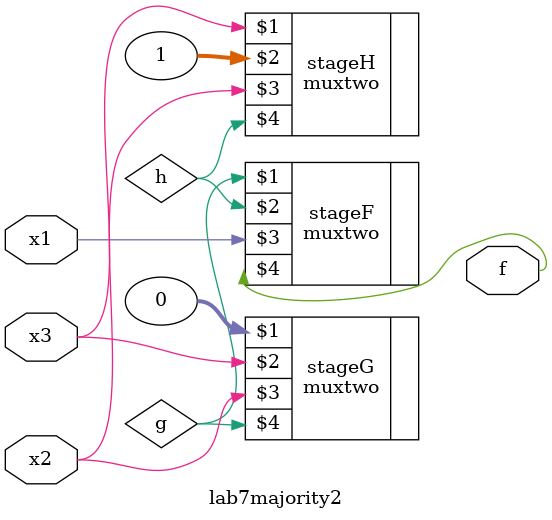
<source format=v>
module lab7majority2(x1,x2,x3,f);
input x1,x2,x3;
output f;
wire g,h;
muxtwo stageG(0,x3,x2,g);
muxtwo stageH(x3,1,x2,h);
muxtwo stageF(g,h,x1,f);
endmodule

</source>
